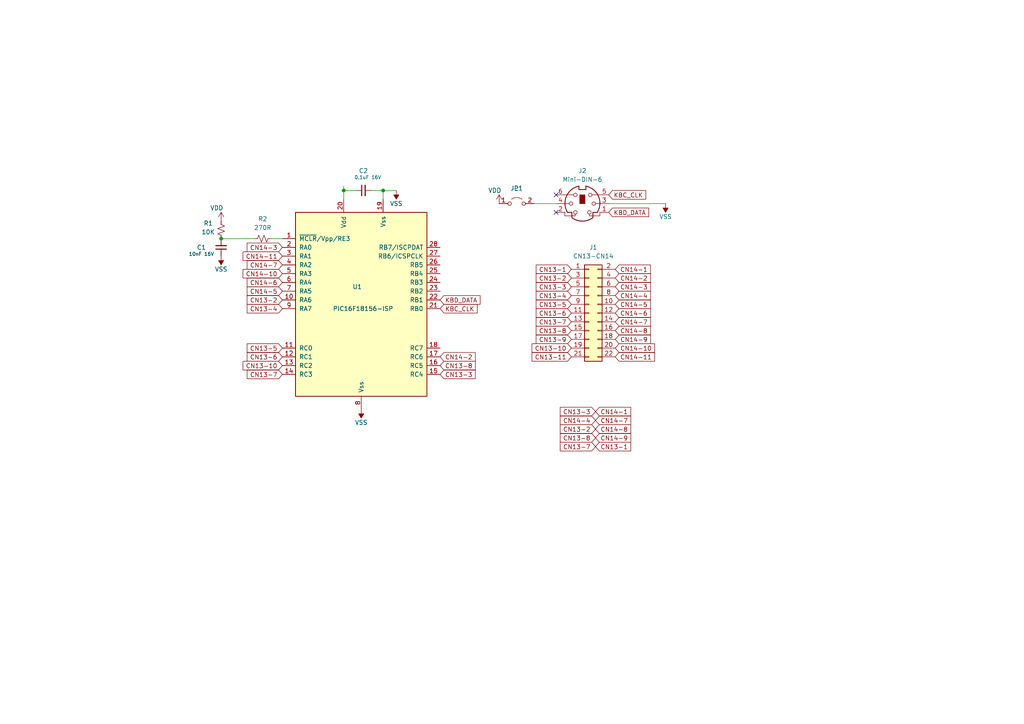
<source format=kicad_sch>
(kicad_sch (version 20230121) (generator eeschema)

  (uuid 2d9128a8-cdf4-45cc-8a8d-0ebe124b3f4b)

  (paper "A4")

  (lib_symbols
    (symbol "Connector:Mini-DIN-6" (pin_names (offset 1.016)) (in_bom yes) (on_board yes)
      (property "Reference" "J" (at 0 6.35 0)
        (effects (font (size 1.27 1.27)))
      )
      (property "Value" "Mini-DIN-6" (at 0 -6.35 0)
        (effects (font (size 1.27 1.27)))
      )
      (property "Footprint" "" (at 0 0 0)
        (effects (font (size 1.27 1.27)) hide)
      )
      (property "Datasheet" "http://service.powerdynamics.com/ec/Catalog17/Section%2011.pdf" (at 0 0 0)
        (effects (font (size 1.27 1.27)) hide)
      )
      (property "ki_keywords" "Mini-DIN" (at 0 0 0)
        (effects (font (size 1.27 1.27)) hide)
      )
      (property "ki_description" "6-pin Mini-DIN connector" (at 0 0 0)
        (effects (font (size 1.27 1.27)) hide)
      )
      (property "ki_fp_filters" "MINI?DIN*" (at 0 0 0)
        (effects (font (size 1.27 1.27)) hide)
      )
      (symbol "Mini-DIN-6_0_1"
        (circle (center -3.302 0) (radius 0.508)
          (stroke (width 0) (type default))
          (fill (type none))
        )
        (arc (start -3.048 -4.064) (mid 0 -5.08) (end 3.048 -4.064)
          (stroke (width 0.254) (type default))
          (fill (type none))
        )
        (circle (center -2.032 -2.54) (radius 0.508)
          (stroke (width 0) (type default))
          (fill (type none))
        )
        (circle (center -2.032 2.54) (radius 0.508)
          (stroke (width 0) (type default))
          (fill (type none))
        )
        (arc (start -1.016 5.08) (mid -4.6228 2.1214) (end -4.318 -2.54)
          (stroke (width 0.254) (type default))
          (fill (type none))
        )
        (rectangle (start -0.762 2.54) (end 0.762 0)
          (stroke (width 0) (type default))
          (fill (type outline))
        )
        (polyline
          (pts
            (xy -3.81 0)
            (xy -5.08 0)
          )
          (stroke (width 0) (type default))
          (fill (type none))
        )
        (polyline
          (pts
            (xy -2.54 2.54)
            (xy -5.08 2.54)
          )
          (stroke (width 0) (type default))
          (fill (type none))
        )
        (polyline
          (pts
            (xy 2.794 2.54)
            (xy 5.08 2.54)
          )
          (stroke (width 0) (type default))
          (fill (type none))
        )
        (polyline
          (pts
            (xy 5.08 0)
            (xy 3.81 0)
          )
          (stroke (width 0) (type default))
          (fill (type none))
        )
        (polyline
          (pts
            (xy -4.318 -2.54)
            (xy -3.048 -2.54)
            (xy -3.048 -4.064)
          )
          (stroke (width 0.254) (type default))
          (fill (type none))
        )
        (polyline
          (pts
            (xy 4.318 -2.54)
            (xy 3.048 -2.54)
            (xy 3.048 -4.064)
          )
          (stroke (width 0.254) (type default))
          (fill (type none))
        )
        (polyline
          (pts
            (xy -2.032 -3.048)
            (xy -2.032 -3.556)
            (xy -5.08 -3.556)
            (xy -5.08 -2.54)
          )
          (stroke (width 0) (type default))
          (fill (type none))
        )
        (polyline
          (pts
            (xy -1.016 5.08)
            (xy -1.016 4.064)
            (xy 1.016 4.064)
            (xy 1.016 5.08)
          )
          (stroke (width 0.254) (type default))
          (fill (type none))
        )
        (polyline
          (pts
            (xy 2.032 -3.048)
            (xy 2.032 -3.556)
            (xy 5.08 -3.556)
            (xy 5.08 -2.54)
          )
          (stroke (width 0) (type default))
          (fill (type none))
        )
        (circle (center 2.032 -2.54) (radius 0.508)
          (stroke (width 0) (type default))
          (fill (type none))
        )
        (circle (center 2.286 2.54) (radius 0.508)
          (stroke (width 0) (type default))
          (fill (type none))
        )
        (circle (center 3.302 0) (radius 0.508)
          (stroke (width 0) (type default))
          (fill (type none))
        )
        (arc (start 4.318 -2.54) (mid 4.6661 2.1322) (end 1.016 5.08)
          (stroke (width 0.254) (type default))
          (fill (type none))
        )
      )
      (symbol "Mini-DIN-6_1_1"
        (pin passive line (at 7.62 -2.54 180) (length 2.54)
          (name "~" (effects (font (size 1.27 1.27))))
          (number "1" (effects (font (size 1.27 1.27))))
        )
        (pin passive line (at -7.62 -2.54 0) (length 2.54)
          (name "~" (effects (font (size 1.27 1.27))))
          (number "2" (effects (font (size 1.27 1.27))))
        )
        (pin passive line (at 7.62 0 180) (length 2.54)
          (name "~" (effects (font (size 1.27 1.27))))
          (number "3" (effects (font (size 1.27 1.27))))
        )
        (pin passive line (at -7.62 0 0) (length 2.54)
          (name "~" (effects (font (size 1.27 1.27))))
          (number "4" (effects (font (size 1.27 1.27))))
        )
        (pin passive line (at 7.62 2.54 180) (length 2.54)
          (name "~" (effects (font (size 1.27 1.27))))
          (number "5" (effects (font (size 1.27 1.27))))
        )
        (pin passive line (at -7.62 2.54 0) (length 2.54)
          (name "~" (effects (font (size 1.27 1.27))))
          (number "6" (effects (font (size 1.27 1.27))))
        )
      )
    )
    (symbol "Connector_Generic:Conn_02x11_Odd_Even" (pin_names (offset 1.016) hide) (in_bom yes) (on_board yes)
      (property "Reference" "J" (at 1.27 15.24 0)
        (effects (font (size 1.27 1.27)))
      )
      (property "Value" "Conn_02x11_Odd_Even" (at 1.27 -15.24 0)
        (effects (font (size 1.27 1.27)))
      )
      (property "Footprint" "" (at 0 0 0)
        (effects (font (size 1.27 1.27)) hide)
      )
      (property "Datasheet" "~" (at 0 0 0)
        (effects (font (size 1.27 1.27)) hide)
      )
      (property "ki_keywords" "connector" (at 0 0 0)
        (effects (font (size 1.27 1.27)) hide)
      )
      (property "ki_description" "Generic connector, double row, 02x11, odd/even pin numbering scheme (row 1 odd numbers, row 2 even numbers), script generated (kicad-library-utils/schlib/autogen/connector/)" (at 0 0 0)
        (effects (font (size 1.27 1.27)) hide)
      )
      (property "ki_fp_filters" "Connector*:*_2x??_*" (at 0 0 0)
        (effects (font (size 1.27 1.27)) hide)
      )
      (symbol "Conn_02x11_Odd_Even_1_1"
        (rectangle (start -1.27 -12.573) (end 0 -12.827)
          (stroke (width 0.1524) (type default))
          (fill (type none))
        )
        (rectangle (start -1.27 -10.033) (end 0 -10.287)
          (stroke (width 0.1524) (type default))
          (fill (type none))
        )
        (rectangle (start -1.27 -7.493) (end 0 -7.747)
          (stroke (width 0.1524) (type default))
          (fill (type none))
        )
        (rectangle (start -1.27 -4.953) (end 0 -5.207)
          (stroke (width 0.1524) (type default))
          (fill (type none))
        )
        (rectangle (start -1.27 -2.413) (end 0 -2.667)
          (stroke (width 0.1524) (type default))
          (fill (type none))
        )
        (rectangle (start -1.27 0.127) (end 0 -0.127)
          (stroke (width 0.1524) (type default))
          (fill (type none))
        )
        (rectangle (start -1.27 2.667) (end 0 2.413)
          (stroke (width 0.1524) (type default))
          (fill (type none))
        )
        (rectangle (start -1.27 5.207) (end 0 4.953)
          (stroke (width 0.1524) (type default))
          (fill (type none))
        )
        (rectangle (start -1.27 7.747) (end 0 7.493)
          (stroke (width 0.1524) (type default))
          (fill (type none))
        )
        (rectangle (start -1.27 10.287) (end 0 10.033)
          (stroke (width 0.1524) (type default))
          (fill (type none))
        )
        (rectangle (start -1.27 12.827) (end 0 12.573)
          (stroke (width 0.1524) (type default))
          (fill (type none))
        )
        (rectangle (start -1.27 13.97) (end 3.81 -13.97)
          (stroke (width 0.254) (type default))
          (fill (type background))
        )
        (rectangle (start 3.81 -12.573) (end 2.54 -12.827)
          (stroke (width 0.1524) (type default))
          (fill (type none))
        )
        (rectangle (start 3.81 -10.033) (end 2.54 -10.287)
          (stroke (width 0.1524) (type default))
          (fill (type none))
        )
        (rectangle (start 3.81 -7.493) (end 2.54 -7.747)
          (stroke (width 0.1524) (type default))
          (fill (type none))
        )
        (rectangle (start 3.81 -4.953) (end 2.54 -5.207)
          (stroke (width 0.1524) (type default))
          (fill (type none))
        )
        (rectangle (start 3.81 -2.413) (end 2.54 -2.667)
          (stroke (width 0.1524) (type default))
          (fill (type none))
        )
        (rectangle (start 3.81 0.127) (end 2.54 -0.127)
          (stroke (width 0.1524) (type default))
          (fill (type none))
        )
        (rectangle (start 3.81 2.667) (end 2.54 2.413)
          (stroke (width 0.1524) (type default))
          (fill (type none))
        )
        (rectangle (start 3.81 5.207) (end 2.54 4.953)
          (stroke (width 0.1524) (type default))
          (fill (type none))
        )
        (rectangle (start 3.81 7.747) (end 2.54 7.493)
          (stroke (width 0.1524) (type default))
          (fill (type none))
        )
        (rectangle (start 3.81 10.287) (end 2.54 10.033)
          (stroke (width 0.1524) (type default))
          (fill (type none))
        )
        (rectangle (start 3.81 12.827) (end 2.54 12.573)
          (stroke (width 0.1524) (type default))
          (fill (type none))
        )
        (pin passive line (at -5.08 12.7 0) (length 3.81)
          (name "Pin_1" (effects (font (size 1.27 1.27))))
          (number "1" (effects (font (size 1.27 1.27))))
        )
        (pin passive line (at 7.62 2.54 180) (length 3.81)
          (name "Pin_10" (effects (font (size 1.27 1.27))))
          (number "10" (effects (font (size 1.27 1.27))))
        )
        (pin passive line (at -5.08 0 0) (length 3.81)
          (name "Pin_11" (effects (font (size 1.27 1.27))))
          (number "11" (effects (font (size 1.27 1.27))))
        )
        (pin passive line (at 7.62 0 180) (length 3.81)
          (name "Pin_12" (effects (font (size 1.27 1.27))))
          (number "12" (effects (font (size 1.27 1.27))))
        )
        (pin passive line (at -5.08 -2.54 0) (length 3.81)
          (name "Pin_13" (effects (font (size 1.27 1.27))))
          (number "13" (effects (font (size 1.27 1.27))))
        )
        (pin passive line (at 7.62 -2.54 180) (length 3.81)
          (name "Pin_14" (effects (font (size 1.27 1.27))))
          (number "14" (effects (font (size 1.27 1.27))))
        )
        (pin passive line (at -5.08 -5.08 0) (length 3.81)
          (name "Pin_15" (effects (font (size 1.27 1.27))))
          (number "15" (effects (font (size 1.27 1.27))))
        )
        (pin passive line (at 7.62 -5.08 180) (length 3.81)
          (name "Pin_16" (effects (font (size 1.27 1.27))))
          (number "16" (effects (font (size 1.27 1.27))))
        )
        (pin passive line (at -5.08 -7.62 0) (length 3.81)
          (name "Pin_17" (effects (font (size 1.27 1.27))))
          (number "17" (effects (font (size 1.27 1.27))))
        )
        (pin passive line (at 7.62 -7.62 180) (length 3.81)
          (name "Pin_18" (effects (font (size 1.27 1.27))))
          (number "18" (effects (font (size 1.27 1.27))))
        )
        (pin passive line (at -5.08 -10.16 0) (length 3.81)
          (name "Pin_19" (effects (font (size 1.27 1.27))))
          (number "19" (effects (font (size 1.27 1.27))))
        )
        (pin passive line (at 7.62 12.7 180) (length 3.81)
          (name "Pin_2" (effects (font (size 1.27 1.27))))
          (number "2" (effects (font (size 1.27 1.27))))
        )
        (pin passive line (at 7.62 -10.16 180) (length 3.81)
          (name "Pin_20" (effects (font (size 1.27 1.27))))
          (number "20" (effects (font (size 1.27 1.27))))
        )
        (pin passive line (at -5.08 -12.7 0) (length 3.81)
          (name "Pin_21" (effects (font (size 1.27 1.27))))
          (number "21" (effects (font (size 1.27 1.27))))
        )
        (pin passive line (at 7.62 -12.7 180) (length 3.81)
          (name "Pin_22" (effects (font (size 1.27 1.27))))
          (number "22" (effects (font (size 1.27 1.27))))
        )
        (pin passive line (at -5.08 10.16 0) (length 3.81)
          (name "Pin_3" (effects (font (size 1.27 1.27))))
          (number "3" (effects (font (size 1.27 1.27))))
        )
        (pin passive line (at 7.62 10.16 180) (length 3.81)
          (name "Pin_4" (effects (font (size 1.27 1.27))))
          (number "4" (effects (font (size 1.27 1.27))))
        )
        (pin passive line (at -5.08 7.62 0) (length 3.81)
          (name "Pin_5" (effects (font (size 1.27 1.27))))
          (number "5" (effects (font (size 1.27 1.27))))
        )
        (pin passive line (at 7.62 7.62 180) (length 3.81)
          (name "Pin_6" (effects (font (size 1.27 1.27))))
          (number "6" (effects (font (size 1.27 1.27))))
        )
        (pin passive line (at -5.08 5.08 0) (length 3.81)
          (name "Pin_7" (effects (font (size 1.27 1.27))))
          (number "7" (effects (font (size 1.27 1.27))))
        )
        (pin passive line (at 7.62 5.08 180) (length 3.81)
          (name "Pin_8" (effects (font (size 1.27 1.27))))
          (number "8" (effects (font (size 1.27 1.27))))
        )
        (pin passive line (at -5.08 2.54 0) (length 3.81)
          (name "Pin_9" (effects (font (size 1.27 1.27))))
          (number "9" (effects (font (size 1.27 1.27))))
        )
      )
    )
    (symbol "Device:C_Small" (pin_numbers hide) (pin_names (offset 0.254) hide) (in_bom yes) (on_board yes)
      (property "Reference" "C" (at 0.254 1.778 0)
        (effects (font (size 1.27 1.27)) (justify left))
      )
      (property "Value" "C_Small" (at 0.254 -2.032 0)
        (effects (font (size 1.27 1.27)) (justify left))
      )
      (property "Footprint" "" (at 0 0 0)
        (effects (font (size 1.27 1.27)) hide)
      )
      (property "Datasheet" "~" (at 0 0 0)
        (effects (font (size 1.27 1.27)) hide)
      )
      (property "ki_keywords" "capacitor cap" (at 0 0 0)
        (effects (font (size 1.27 1.27)) hide)
      )
      (property "ki_description" "Unpolarized capacitor, small symbol" (at 0 0 0)
        (effects (font (size 1.27 1.27)) hide)
      )
      (property "ki_fp_filters" "C_*" (at 0 0 0)
        (effects (font (size 1.27 1.27)) hide)
      )
      (symbol "C_Small_0_1"
        (polyline
          (pts
            (xy -1.524 -0.508)
            (xy 1.524 -0.508)
          )
          (stroke (width 0.3302) (type default))
          (fill (type none))
        )
        (polyline
          (pts
            (xy -1.524 0.508)
            (xy 1.524 0.508)
          )
          (stroke (width 0.3048) (type default))
          (fill (type none))
        )
      )
      (symbol "C_Small_1_1"
        (pin passive line (at 0 2.54 270) (length 2.032)
          (name "~" (effects (font (size 1.27 1.27))))
          (number "1" (effects (font (size 1.27 1.27))))
        )
        (pin passive line (at 0 -2.54 90) (length 2.032)
          (name "~" (effects (font (size 1.27 1.27))))
          (number "2" (effects (font (size 1.27 1.27))))
        )
      )
    )
    (symbol "Device:R_Small_US" (pin_numbers hide) (pin_names (offset 0.254) hide) (in_bom yes) (on_board yes)
      (property "Reference" "R" (at 0.762 0.508 0)
        (effects (font (size 1.27 1.27)) (justify left))
      )
      (property "Value" "R_Small_US" (at 0.762 -1.016 0)
        (effects (font (size 1.27 1.27)) (justify left))
      )
      (property "Footprint" "" (at 0 0 0)
        (effects (font (size 1.27 1.27)) hide)
      )
      (property "Datasheet" "~" (at 0 0 0)
        (effects (font (size 1.27 1.27)) hide)
      )
      (property "ki_keywords" "r resistor" (at 0 0 0)
        (effects (font (size 1.27 1.27)) hide)
      )
      (property "ki_description" "Resistor, small US symbol" (at 0 0 0)
        (effects (font (size 1.27 1.27)) hide)
      )
      (property "ki_fp_filters" "R_*" (at 0 0 0)
        (effects (font (size 1.27 1.27)) hide)
      )
      (symbol "R_Small_US_1_1"
        (polyline
          (pts
            (xy 0 0)
            (xy 1.016 -0.381)
            (xy 0 -0.762)
            (xy -1.016 -1.143)
            (xy 0 -1.524)
          )
          (stroke (width 0) (type default))
          (fill (type none))
        )
        (polyline
          (pts
            (xy 0 1.524)
            (xy 1.016 1.143)
            (xy 0 0.762)
            (xy -1.016 0.381)
            (xy 0 0)
          )
          (stroke (width 0) (type default))
          (fill (type none))
        )
        (pin passive line (at 0 2.54 270) (length 1.016)
          (name "~" (effects (font (size 1.27 1.27))))
          (number "1" (effects (font (size 1.27 1.27))))
        )
        (pin passive line (at 0 -2.54 90) (length 1.016)
          (name "~" (effects (font (size 1.27 1.27))))
          (number "2" (effects (font (size 1.27 1.27))))
        )
      )
    )
    (symbol "Jumper:Jumper_2_Open" (pin_names (offset 0) hide) (in_bom yes) (on_board yes)
      (property "Reference" "JP" (at 0 2.794 0)
        (effects (font (size 1.27 1.27)))
      )
      (property "Value" "Jumper_2_Open" (at 0 -2.286 0)
        (effects (font (size 1.27 1.27)))
      )
      (property "Footprint" "" (at 0 0 0)
        (effects (font (size 1.27 1.27)) hide)
      )
      (property "Datasheet" "~" (at 0 0 0)
        (effects (font (size 1.27 1.27)) hide)
      )
      (property "ki_keywords" "Jumper SPST" (at 0 0 0)
        (effects (font (size 1.27 1.27)) hide)
      )
      (property "ki_description" "Jumper, 2-pole, open" (at 0 0 0)
        (effects (font (size 1.27 1.27)) hide)
      )
      (property "ki_fp_filters" "Jumper* TestPoint*2Pads* TestPoint*Bridge*" (at 0 0 0)
        (effects (font (size 1.27 1.27)) hide)
      )
      (symbol "Jumper_2_Open_0_0"
        (circle (center -2.032 0) (radius 0.508)
          (stroke (width 0) (type default))
          (fill (type none))
        )
        (circle (center 2.032 0) (radius 0.508)
          (stroke (width 0) (type default))
          (fill (type none))
        )
      )
      (symbol "Jumper_2_Open_0_1"
        (arc (start 1.524 1.27) (mid 0 1.778) (end -1.524 1.27)
          (stroke (width 0) (type default))
          (fill (type none))
        )
      )
      (symbol "Jumper_2_Open_1_1"
        (pin passive line (at -5.08 0 0) (length 2.54)
          (name "A" (effects (font (size 1.27 1.27))))
          (number "1" (effects (font (size 1.27 1.27))))
        )
        (pin passive line (at 5.08 0 180) (length 2.54)
          (name "B" (effects (font (size 1.27 1.27))))
          (number "2" (effects (font (size 1.27 1.27))))
        )
      )
    )
    (symbol "Roni Symbols:PIC16F18156-ISP" (pin_names (offset 1.016)) (in_bom yes) (on_board yes)
      (property "Reference" "U" (at 2.54 30.48 0)
        (effects (font (size 1.27 1.27)) (justify left))
      )
      (property "Value" "PIC16F18156-ISP" (at -8.89 0 0)
        (effects (font (size 1.27 1.27)) (justify left))
      )
      (property "Footprint" "" (at 0 0 0)
        (effects (font (size 1.27 1.27)) hide)
      )
      (property "Datasheet" "http://ww1.microchip.com/downloads/en/DeviceDoc/41452B.pdf" (at 1.27 -6.35 0)
        (effects (font (size 1.27 1.27)) hide)
      )
      (property "ki_keywords" "FLASH-Based 8-Bit CMOS Microcontroller XLP" (at 0 0 0)
        (effects (font (size 1.27 1.27)) hide)
      )
      (property "ki_description" "PIC16F1518, 16384W FLASH, 1024B SRAM, SPDIP-28" (at 0 0 0)
        (effects (font (size 1.27 1.27)) hide)
      )
      (property "ki_fp_filters" "DIP* PDIP* SO* SSOP*" (at 0 0 0)
        (effects (font (size 1.27 1.27)) hide)
      )
      (symbol "PIC16F18156-ISP_1_1"
        (rectangle (start -19.05 26.67) (end 19.05 -26.67)
          (stroke (width 0.254) (type default))
          (fill (type background))
        )
        (pin bidirectional line (at -22.86 19.05 0) (length 3.81)
          (name "~{MCLR}/Vpp/RE3" (effects (font (size 1.27 1.27))))
          (number "1" (effects (font (size 1.27 1.27))))
        )
        (pin bidirectional line (at -22.86 1.27 0) (length 3.81)
          (name "RA6" (effects (font (size 1.27 1.27))))
          (number "10" (effects (font (size 1.27 1.27))))
        )
        (pin bidirectional line (at -22.86 -12.7 0) (length 3.81)
          (name "RC0" (effects (font (size 1.27 1.27))))
          (number "11" (effects (font (size 1.27 1.27))))
        )
        (pin bidirectional line (at -22.86 -15.24 0) (length 3.81)
          (name "RC1" (effects (font (size 1.27 1.27))))
          (number "12" (effects (font (size 1.27 1.27))))
        )
        (pin bidirectional line (at -22.86 -17.78 0) (length 3.81)
          (name "RC2" (effects (font (size 1.27 1.27))))
          (number "13" (effects (font (size 1.27 1.27))))
        )
        (pin bidirectional line (at -22.86 -20.32 0) (length 3.81)
          (name "RC3" (effects (font (size 1.27 1.27))))
          (number "14" (effects (font (size 1.27 1.27))))
        )
        (pin bidirectional line (at 22.86 -20.32 180) (length 3.81)
          (name "RC4" (effects (font (size 1.27 1.27))))
          (number "15" (effects (font (size 1.27 1.27))))
        )
        (pin bidirectional line (at 22.86 -17.78 180) (length 3.81)
          (name "RC5" (effects (font (size 1.27 1.27))))
          (number "16" (effects (font (size 1.27 1.27))))
        )
        (pin bidirectional line (at 22.86 -15.24 180) (length 3.81)
          (name "RC6" (effects (font (size 1.27 1.27))))
          (number "17" (effects (font (size 1.27 1.27))))
        )
        (pin bidirectional line (at 22.86 -12.7 180) (length 3.81)
          (name "RC7" (effects (font (size 1.27 1.27))))
          (number "18" (effects (font (size 1.27 1.27))))
        )
        (pin power_in line (at 6.35 30.48 270) (length 3.81)
          (name "Vss" (effects (font (size 1.27 1.27))))
          (number "19" (effects (font (size 1.27 1.27))))
        )
        (pin bidirectional line (at -22.86 16.51 0) (length 3.81)
          (name "RA0" (effects (font (size 1.27 1.27))))
          (number "2" (effects (font (size 1.27 1.27))))
        )
        (pin power_in line (at -5.08 30.48 270) (length 3.81)
          (name "Vdd" (effects (font (size 1.27 1.27))))
          (number "20" (effects (font (size 1.27 1.27))))
        )
        (pin bidirectional line (at 22.86 -1.27 180) (length 3.81)
          (name "RB0" (effects (font (size 1.27 1.27))))
          (number "21" (effects (font (size 1.27 1.27))))
        )
        (pin bidirectional line (at 22.86 1.27 180) (length 3.81)
          (name "RB1" (effects (font (size 1.27 1.27))))
          (number "22" (effects (font (size 1.27 1.27))))
        )
        (pin bidirectional line (at 22.86 3.81 180) (length 3.81)
          (name "RB2" (effects (font (size 1.27 1.27))))
          (number "23" (effects (font (size 1.27 1.27))))
        )
        (pin bidirectional line (at 22.86 6.35 180) (length 3.81)
          (name "RB3" (effects (font (size 1.27 1.27))))
          (number "24" (effects (font (size 1.27 1.27))))
        )
        (pin bidirectional line (at 22.86 8.89 180) (length 3.81)
          (name "RB4" (effects (font (size 1.27 1.27))))
          (number "25" (effects (font (size 1.27 1.27))))
        )
        (pin bidirectional line (at 22.86 11.43 180) (length 3.81)
          (name "RB5" (effects (font (size 1.27 1.27))))
          (number "26" (effects (font (size 1.27 1.27))))
        )
        (pin bidirectional line (at 22.86 13.97 180) (length 3.81)
          (name "RB6/ICSPCLK" (effects (font (size 1.27 1.27))))
          (number "27" (effects (font (size 1.27 1.27))))
        )
        (pin bidirectional line (at 22.86 16.51 180) (length 3.81)
          (name "RB7/ISCPDAT" (effects (font (size 1.27 1.27))))
          (number "28" (effects (font (size 1.27 1.27))))
        )
        (pin bidirectional line (at -22.86 13.97 0) (length 3.81)
          (name "RA1" (effects (font (size 1.27 1.27))))
          (number "3" (effects (font (size 1.27 1.27))))
        )
        (pin bidirectional line (at -22.86 11.43 0) (length 3.81)
          (name "RA2" (effects (font (size 1.27 1.27))))
          (number "4" (effects (font (size 1.27 1.27))))
        )
        (pin bidirectional line (at -22.86 8.89 0) (length 3.81)
          (name "RA3" (effects (font (size 1.27 1.27))))
          (number "5" (effects (font (size 1.27 1.27))))
        )
        (pin bidirectional line (at -22.86 6.35 0) (length 3.81)
          (name "RA4" (effects (font (size 1.27 1.27))))
          (number "6" (effects (font (size 1.27 1.27))))
        )
        (pin bidirectional line (at -22.86 3.81 0) (length 3.81)
          (name "RA5" (effects (font (size 1.27 1.27))))
          (number "7" (effects (font (size 1.27 1.27))))
        )
        (pin power_in line (at 0 -30.48 90) (length 3.81)
          (name "Vss" (effects (font (size 1.27 1.27))))
          (number "8" (effects (font (size 1.27 1.27))))
        )
        (pin bidirectional line (at -22.86 -1.27 0) (length 3.81)
          (name "RA7" (effects (font (size 1.27 1.27))))
          (number "9" (effects (font (size 1.27 1.27))))
        )
      )
    )
    (symbol "power:VDD" (power) (pin_names (offset 0)) (in_bom yes) (on_board yes)
      (property "Reference" "#PWR" (at 0 -3.81 0)
        (effects (font (size 1.27 1.27)) hide)
      )
      (property "Value" "VDD" (at 0 3.81 0)
        (effects (font (size 1.27 1.27)))
      )
      (property "Footprint" "" (at 0 0 0)
        (effects (font (size 1.27 1.27)) hide)
      )
      (property "Datasheet" "" (at 0 0 0)
        (effects (font (size 1.27 1.27)) hide)
      )
      (property "ki_keywords" "global power" (at 0 0 0)
        (effects (font (size 1.27 1.27)) hide)
      )
      (property "ki_description" "Power symbol creates a global label with name \"VDD\"" (at 0 0 0)
        (effects (font (size 1.27 1.27)) hide)
      )
      (symbol "VDD_0_1"
        (polyline
          (pts
            (xy -0.762 1.27)
            (xy 0 2.54)
          )
          (stroke (width 0) (type default))
          (fill (type none))
        )
        (polyline
          (pts
            (xy 0 0)
            (xy 0 2.54)
          )
          (stroke (width 0) (type default))
          (fill (type none))
        )
        (polyline
          (pts
            (xy 0 2.54)
            (xy 0.762 1.27)
          )
          (stroke (width 0) (type default))
          (fill (type none))
        )
      )
      (symbol "VDD_1_1"
        (pin power_in line (at 0 0 90) (length 0) hide
          (name "VDD" (effects (font (size 1.27 1.27))))
          (number "1" (effects (font (size 1.27 1.27))))
        )
      )
    )
    (symbol "power:VSS" (power) (pin_names (offset 0)) (in_bom yes) (on_board yes)
      (property "Reference" "#PWR" (at 0 -3.81 0)
        (effects (font (size 1.27 1.27)) hide)
      )
      (property "Value" "VSS" (at 0 3.81 0)
        (effects (font (size 1.27 1.27)))
      )
      (property "Footprint" "" (at 0 0 0)
        (effects (font (size 1.27 1.27)) hide)
      )
      (property "Datasheet" "" (at 0 0 0)
        (effects (font (size 1.27 1.27)) hide)
      )
      (property "ki_keywords" "global power" (at 0 0 0)
        (effects (font (size 1.27 1.27)) hide)
      )
      (property "ki_description" "Power symbol creates a global label with name \"VSS\"" (at 0 0 0)
        (effects (font (size 1.27 1.27)) hide)
      )
      (symbol "VSS_0_1"
        (polyline
          (pts
            (xy 0 0)
            (xy 0 2.54)
          )
          (stroke (width 0) (type default))
          (fill (type none))
        )
        (polyline
          (pts
            (xy 0.762 1.27)
            (xy -0.762 1.27)
            (xy 0 2.54)
            (xy 0.762 1.27)
          )
          (stroke (width 0) (type default))
          (fill (type outline))
        )
      )
      (symbol "VSS_1_1"
        (pin power_in line (at 0 0 90) (length 0) hide
          (name "VSS" (effects (font (size 1.27 1.27))))
          (number "1" (effects (font (size 1.27 1.27))))
        )
      )
    )
  )

  (junction (at 111.125 55.245) (diameter 0) (color 0 0 0 0)
    (uuid 496c0137-6cae-44d7-9b7c-e65cbc374ef3)
  )
  (junction (at 64.135 69.215) (diameter 0) (color 0 0 0 0)
    (uuid a8e9cfff-ec6a-4539-a8bb-41bac99a2138)
  )
  (junction (at 99.695 55.245) (diameter 0) (color 0 0 0 0)
    (uuid e2c3c793-c115-44ab-bc52-5523f0034408)
  )

  (no_connect (at 161.29 61.595) (uuid 25862497-3781-42d2-abe1-1628864726d3))
  (no_connect (at 161.29 56.515) (uuid 9084d5c2-ca56-4012-87b7-586b18064595))

  (wire (pts (xy 64.135 69.215) (xy 73.66 69.215))
    (stroke (width 0) (type default))
    (uuid 06e9bfd9-7a80-4f5f-ae72-0e9df3462a31)
  )
  (wire (pts (xy 99.695 55.245) (xy 102.87 55.245))
    (stroke (width 0) (type default))
    (uuid 13df09b9-ff70-4a4a-aae9-6871a2a31feb)
  )
  (wire (pts (xy 99.695 53.975) (xy 99.695 55.245))
    (stroke (width 0) (type default))
    (uuid 3edc4fd6-0b8c-4bff-a0e2-cc7727d28663)
  )
  (wire (pts (xy 111.125 55.245) (xy 114.935 55.245))
    (stroke (width 0) (type default))
    (uuid 87d36ac0-32b8-4cae-b77e-6830f4f87cb6)
  )
  (wire (pts (xy 107.95 55.245) (xy 111.125 55.245))
    (stroke (width 0) (type default))
    (uuid 9e54912c-bb91-49fa-b259-ee93b0db2264)
  )
  (wire (pts (xy 176.53 59.055) (xy 193.04 59.055))
    (stroke (width 0) (type default))
    (uuid b2a5ff24-5f13-4c06-bcf7-9ed4c0e06626)
  )
  (wire (pts (xy 99.695 55.245) (xy 99.695 57.785))
    (stroke (width 0) (type default))
    (uuid ca6dc85f-8991-4129-ae3d-5730ba213a0f)
  )
  (wire (pts (xy 111.125 57.785) (xy 111.125 55.245))
    (stroke (width 0) (type default))
    (uuid de53e3e7-1d59-40fd-843b-bf6acb97f797)
  )
  (wire (pts (xy 78.74 69.215) (xy 81.915 69.215))
    (stroke (width 0) (type default))
    (uuid ea5799c5-eec4-400b-bce7-90ee5e013810)
  )
  (wire (pts (xy 154.94 59.055) (xy 161.29 59.055))
    (stroke (width 0) (type default))
    (uuid eabea7cc-7513-441a-b312-4fe620d694b8)
  )

  (global_label "CN13-4" (shape input) (at 81.915 89.535 180) (fields_autoplaced)
    (effects (font (size 1.27 1.27)) (justify right))
    (uuid 00933992-5c1f-4e47-a12e-0952e90410ef)
    (property "Intersheetrefs" "${INTERSHEET_REFS}" (at 71.1284 89.535 0)
      (effects (font (size 1.27 1.27)) (justify right) hide)
    )
  )
  (global_label "CN13-8" (shape input) (at 172.72 127 180) (fields_autoplaced)
    (effects (font (size 1.27 1.27)) (justify right))
    (uuid 013e688a-e8cd-49d4-a8a4-b07e6ea470d9)
    (property "Intersheetrefs" "${INTERSHEET_REFS}" (at 161.9334 127 0)
      (effects (font (size 1.27 1.27)) (justify right) hide)
    )
  )
  (global_label "CN14-9" (shape input) (at 172.72 127 0) (fields_autoplaced)
    (effects (font (size 1.27 1.27)) (justify left))
    (uuid 0ba9776d-a1ff-481a-8c91-703786188e50)
    (property "Intersheetrefs" "${INTERSHEET_REFS}" (at 183.5066 127 0)
      (effects (font (size 1.27 1.27)) (justify left) hide)
    )
  )
  (global_label "CN13-9" (shape input) (at 165.735 98.425 180) (fields_autoplaced)
    (effects (font (size 1.27 1.27)) (justify right))
    (uuid 21afe936-4a1e-4db1-b841-4fad970286f9)
    (property "Intersheetrefs" "${INTERSHEET_REFS}" (at 154.9484 98.425 0)
      (effects (font (size 1.27 1.27)) (justify right) hide)
    )
  )
  (global_label "CN13-11" (shape input) (at 165.735 103.505 180) (fields_autoplaced)
    (effects (font (size 1.27 1.27)) (justify right))
    (uuid 22e0b72b-8c40-489e-a2e1-e2ce4d9ab7bf)
    (property "Intersheetrefs" "${INTERSHEET_REFS}" (at 154.9484 103.505 0)
      (effects (font (size 1.27 1.27)) (justify right) hide)
    )
  )
  (global_label "KBD_DATA" (shape input) (at 176.53 61.595 0) (fields_autoplaced)
    (effects (font (size 1.27 1.27)) (justify left))
    (uuid 234c29b7-9b4e-453c-8666-b56e10f64921)
    (property "Intersheetrefs" "${INTERSHEET_REFS}" (at 188.7076 61.595 0)
      (effects (font (size 1.27 1.27)) (justify left) hide)
    )
  )
  (global_label "CN14-10" (shape input) (at 81.915 79.375 180) (fields_autoplaced)
    (effects (font (size 1.27 1.27)) (justify right))
    (uuid 24c45445-c422-4be0-a6a8-aa74e72b09a4)
    (property "Intersheetrefs" "${INTERSHEET_REFS}" (at 69.9189 79.375 0)
      (effects (font (size 1.27 1.27)) (justify right) hide)
    )
  )
  (global_label "CN14-4" (shape input) (at 178.435 85.725 0) (fields_autoplaced)
    (effects (font (size 1.27 1.27)) (justify left))
    (uuid 3337484b-10ff-412a-a783-fcbd37db209f)
    (property "Intersheetrefs" "${INTERSHEET_REFS}" (at 189.2216 85.725 0)
      (effects (font (size 1.27 1.27)) (justify left) hide)
    )
  )
  (global_label "CN14-7" (shape input) (at 81.915 76.835 180) (fields_autoplaced)
    (effects (font (size 1.27 1.27)) (justify right))
    (uuid 342b7c56-460e-49e0-ae9a-abe99ba4db2a)
    (property "Intersheetrefs" "${INTERSHEET_REFS}" (at 71.1284 76.835 0)
      (effects (font (size 1.27 1.27)) (justify right) hide)
    )
  )
  (global_label "CN13-2" (shape input) (at 165.735 80.645 180) (fields_autoplaced)
    (effects (font (size 1.27 1.27)) (justify right))
    (uuid 34b212b2-7074-4fdb-b3b8-dd25274736c3)
    (property "Intersheetrefs" "${INTERSHEET_REFS}" (at 154.9484 80.645 0)
      (effects (font (size 1.27 1.27)) (justify right) hide)
    )
  )
  (global_label "CN13-1" (shape input) (at 165.735 78.105 180) (fields_autoplaced)
    (effects (font (size 1.27 1.27)) (justify right))
    (uuid 365614b3-e935-4716-9b30-8fc757bad826)
    (property "Intersheetrefs" "${INTERSHEET_REFS}" (at 154.9484 78.105 0)
      (effects (font (size 1.27 1.27)) (justify right) hide)
    )
  )
  (global_label "CN14-8" (shape input) (at 172.72 124.46 0) (fields_autoplaced)
    (effects (font (size 1.27 1.27)) (justify left))
    (uuid 39e3fdd1-0c49-4d22-8484-48753aed6066)
    (property "Intersheetrefs" "${INTERSHEET_REFS}" (at 183.5066 124.46 0)
      (effects (font (size 1.27 1.27)) (justify left) hide)
    )
  )
  (global_label "CN13-8" (shape input) (at 127.635 106.045 0) (fields_autoplaced)
    (effects (font (size 1.27 1.27)) (justify left))
    (uuid 3c58449f-92c9-4ec7-b0cb-bd0a18419ad8)
    (property "Intersheetrefs" "${INTERSHEET_REFS}" (at 138.4216 106.045 0)
      (effects (font (size 1.27 1.27)) (justify left) hide)
    )
  )
  (global_label "KBC_CLK" (shape input) (at 176.53 56.515 0) (fields_autoplaced)
    (effects (font (size 1.27 1.27)) (justify left))
    (uuid 4950a2ba-a5b6-4b51-87c4-866a54111709)
    (property "Intersheetrefs" "${INTERSHEET_REFS}" (at 187.8609 56.515 0)
      (effects (font (size 1.27 1.27)) (justify left) hide)
    )
  )
  (global_label "CN14-3" (shape input) (at 81.915 71.755 180) (fields_autoplaced)
    (effects (font (size 1.27 1.27)) (justify right))
    (uuid 4d55b8c6-c5cb-4b4e-a54d-ca2563b2d141)
    (property "Intersheetrefs" "${INTERSHEET_REFS}" (at 71.1284 71.755 0)
      (effects (font (size 1.27 1.27)) (justify right) hide)
    )
  )
  (global_label "CN13-5" (shape input) (at 81.915 100.965 180) (fields_autoplaced)
    (effects (font (size 1.27 1.27)) (justify right))
    (uuid 516b7e1d-5b6e-4039-be1a-78a63e49ef08)
    (property "Intersheetrefs" "${INTERSHEET_REFS}" (at 71.1284 100.965 0)
      (effects (font (size 1.27 1.27)) (justify right) hide)
    )
  )
  (global_label "KBD_DATA" (shape input) (at 127.635 86.995 0) (fields_autoplaced)
    (effects (font (size 1.27 1.27)) (justify left))
    (uuid 51bf3bc0-ec63-4f88-961d-e79502b5f1bd)
    (property "Intersheetrefs" "${INTERSHEET_REFS}" (at 139.8126 86.995 0)
      (effects (font (size 1.27 1.27)) (justify left) hide)
    )
  )
  (global_label "CN13-3" (shape input) (at 172.72 119.38 180) (fields_autoplaced)
    (effects (font (size 1.27 1.27)) (justify right))
    (uuid 5de6972d-9cf5-4ef9-97b0-1d7cb6f8ba19)
    (property "Intersheetrefs" "${INTERSHEET_REFS}" (at 161.9334 119.38 0)
      (effects (font (size 1.27 1.27)) (justify right) hide)
    )
  )
  (global_label "CN14-5" (shape input) (at 178.435 88.265 0) (fields_autoplaced)
    (effects (font (size 1.27 1.27)) (justify left))
    (uuid 6034ed1c-69ad-4a3b-bc84-b7a680290d2c)
    (property "Intersheetrefs" "${INTERSHEET_REFS}" (at 189.2216 88.265 0)
      (effects (font (size 1.27 1.27)) (justify left) hide)
    )
  )
  (global_label "CN13-10" (shape input) (at 81.915 106.045 180) (fields_autoplaced)
    (effects (font (size 1.27 1.27)) (justify right))
    (uuid 6051686e-1f84-47fa-b201-bc63495e5bc2)
    (property "Intersheetrefs" "${INTERSHEET_REFS}" (at 71.1284 106.045 0)
      (effects (font (size 1.27 1.27)) (justify right) hide)
    )
  )
  (global_label "CN14-4" (shape input) (at 172.72 121.92 180) (fields_autoplaced)
    (effects (font (size 1.27 1.27)) (justify right))
    (uuid 63281a80-45dd-4cb8-87fb-318748b89928)
    (property "Intersheetrefs" "${INTERSHEET_REFS}" (at 161.9334 121.92 0)
      (effects (font (size 1.27 1.27)) (justify right) hide)
    )
  )
  (global_label "CN14-7" (shape input) (at 172.72 121.92 0) (fields_autoplaced)
    (effects (font (size 1.27 1.27)) (justify left))
    (uuid 6bb1ed8d-c1ed-44c4-a088-a81a5d1e92ac)
    (property "Intersheetrefs" "${INTERSHEET_REFS}" (at 183.5066 121.92 0)
      (effects (font (size 1.27 1.27)) (justify left) hide)
    )
  )
  (global_label "CN14-2" (shape input) (at 178.435 80.645 0) (fields_autoplaced)
    (effects (font (size 1.27 1.27)) (justify left))
    (uuid 6daf4dc7-df34-4091-b127-15d46afc2d15)
    (property "Intersheetrefs" "${INTERSHEET_REFS}" (at 189.2216 80.645 0)
      (effects (font (size 1.27 1.27)) (justify left) hide)
    )
  )
  (global_label "CN13-7" (shape input) (at 165.735 93.345 180) (fields_autoplaced)
    (effects (font (size 1.27 1.27)) (justify right))
    (uuid 6f0bbd9b-8e30-48a6-a26c-9eb7ca328f7f)
    (property "Intersheetrefs" "${INTERSHEET_REFS}" (at 154.9484 93.345 0)
      (effects (font (size 1.27 1.27)) (justify right) hide)
    )
  )
  (global_label "CN14-11" (shape input) (at 81.915 74.295 180) (fields_autoplaced)
    (effects (font (size 1.27 1.27)) (justify right))
    (uuid 7380a4b6-12e8-486b-b8ba-ecb1686258b9)
    (property "Intersheetrefs" "${INTERSHEET_REFS}" (at 69.9189 74.295 0)
      (effects (font (size 1.27 1.27)) (justify right) hide)
    )
  )
  (global_label "CN14-11" (shape input) (at 178.435 103.505 0) (fields_autoplaced)
    (effects (font (size 1.27 1.27)) (justify left))
    (uuid 75359d22-f401-49f5-9947-a943b6f8e9b8)
    (property "Intersheetrefs" "${INTERSHEET_REFS}" (at 189.2216 103.505 0)
      (effects (font (size 1.27 1.27)) (justify left) hide)
    )
  )
  (global_label "CN14-1" (shape input) (at 172.72 119.38 0) (fields_autoplaced)
    (effects (font (size 1.27 1.27)) (justify left))
    (uuid 7cb36cc9-f7fe-41f5-bf50-00b8e9102634)
    (property "Intersheetrefs" "${INTERSHEET_REFS}" (at 183.5066 119.38 0)
      (effects (font (size 1.27 1.27)) (justify left) hide)
    )
  )
  (global_label "CN14-8" (shape input) (at 178.435 95.885 0) (fields_autoplaced)
    (effects (font (size 1.27 1.27)) (justify left))
    (uuid 7f9629e5-ea1e-49e7-9048-a48511882764)
    (property "Intersheetrefs" "${INTERSHEET_REFS}" (at 189.2216 95.885 0)
      (effects (font (size 1.27 1.27)) (justify left) hide)
    )
  )
  (global_label "CN14-2" (shape input) (at 127.635 103.505 0) (fields_autoplaced)
    (effects (font (size 1.27 1.27)) (justify left))
    (uuid 845857de-c8e1-46da-bfcc-7b236eb73b57)
    (property "Intersheetrefs" "${INTERSHEET_REFS}" (at 138.4216 103.505 0)
      (effects (font (size 1.27 1.27)) (justify left) hide)
    )
  )
  (global_label "CN14-9" (shape input) (at 178.435 98.425 0) (fields_autoplaced)
    (effects (font (size 1.27 1.27)) (justify left))
    (uuid 88f7fa58-4175-41bb-9857-dc6688752645)
    (property "Intersheetrefs" "${INTERSHEET_REFS}" (at 189.2216 98.425 0)
      (effects (font (size 1.27 1.27)) (justify left) hide)
    )
  )
  (global_label "CN14-10" (shape input) (at 178.435 100.965 0) (fields_autoplaced)
    (effects (font (size 1.27 1.27)) (justify left))
    (uuid 8924f538-9360-4484-a681-bda17f11c114)
    (property "Intersheetrefs" "${INTERSHEET_REFS}" (at 189.2216 100.965 0)
      (effects (font (size 1.27 1.27)) (justify left) hide)
    )
  )
  (global_label "CN14-1" (shape input) (at 178.435 78.105 0) (fields_autoplaced)
    (effects (font (size 1.27 1.27)) (justify left))
    (uuid 89cc7cdd-71fa-4708-95c6-d13b33a4e0b9)
    (property "Intersheetrefs" "${INTERSHEET_REFS}" (at 189.2216 78.105 0)
      (effects (font (size 1.27 1.27)) (justify left) hide)
    )
  )
  (global_label "CN13-5" (shape input) (at 165.735 88.265 180) (fields_autoplaced)
    (effects (font (size 1.27 1.27)) (justify right))
    (uuid 8d7bcf09-e78d-44b4-b724-a7106a64e7cd)
    (property "Intersheetrefs" "${INTERSHEET_REFS}" (at 154.9484 88.265 0)
      (effects (font (size 1.27 1.27)) (justify right) hide)
    )
  )
  (global_label "CN13-3" (shape input) (at 165.735 83.185 180) (fields_autoplaced)
    (effects (font (size 1.27 1.27)) (justify right))
    (uuid 9470ee6b-bb02-4feb-b8a1-1cf5f2e3d74f)
    (property "Intersheetrefs" "${INTERSHEET_REFS}" (at 154.9484 83.185 0)
      (effects (font (size 1.27 1.27)) (justify right) hide)
    )
  )
  (global_label "CN14-6" (shape input) (at 178.435 90.805 0) (fields_autoplaced)
    (effects (font (size 1.27 1.27)) (justify left))
    (uuid 9e6c7592-9e8f-4b50-b6e6-7604dcdb3681)
    (property "Intersheetrefs" "${INTERSHEET_REFS}" (at 189.2216 90.805 0)
      (effects (font (size 1.27 1.27)) (justify left) hide)
    )
  )
  (global_label "CN14-3" (shape input) (at 178.435 83.185 0) (fields_autoplaced)
    (effects (font (size 1.27 1.27)) (justify left))
    (uuid 9e83a53e-5e29-4459-bf3b-5608b2c65ff7)
    (property "Intersheetrefs" "${INTERSHEET_REFS}" (at 189.2216 83.185 0)
      (effects (font (size 1.27 1.27)) (justify left) hide)
    )
  )
  (global_label "CN14-6" (shape input) (at 81.915 81.915 180) (fields_autoplaced)
    (effects (font (size 1.27 1.27)) (justify right))
    (uuid 9f161d79-2e11-4590-a596-69fd56805221)
    (property "Intersheetrefs" "${INTERSHEET_REFS}" (at 71.1284 81.915 0)
      (effects (font (size 1.27 1.27)) (justify right) hide)
    )
  )
  (global_label "CN13-8" (shape input) (at 165.735 95.885 180) (fields_autoplaced)
    (effects (font (size 1.27 1.27)) (justify right))
    (uuid c0f9d1f9-277e-4c0f-aa9f-b75250962bd5)
    (property "Intersheetrefs" "${INTERSHEET_REFS}" (at 154.9484 95.885 0)
      (effects (font (size 1.27 1.27)) (justify right) hide)
    )
  )
  (global_label "KBC_CLK" (shape input) (at 127.635 89.535 0) (fields_autoplaced)
    (effects (font (size 1.27 1.27)) (justify left))
    (uuid c42de51a-72c9-43cc-8c5c-d8c63a1fbe79)
    (property "Intersheetrefs" "${INTERSHEET_REFS}" (at 138.9659 89.535 0)
      (effects (font (size 1.27 1.27)) (justify left) hide)
    )
  )
  (global_label "CN13-4" (shape input) (at 165.735 85.725 180) (fields_autoplaced)
    (effects (font (size 1.27 1.27)) (justify right))
    (uuid c56c507f-e5d3-4932-8607-93a376e91aa2)
    (property "Intersheetrefs" "${INTERSHEET_REFS}" (at 154.9484 85.725 0)
      (effects (font (size 1.27 1.27)) (justify right) hide)
    )
  )
  (global_label "CN14-5" (shape input) (at 81.915 84.455 180) (fields_autoplaced)
    (effects (font (size 1.27 1.27)) (justify right))
    (uuid c93c6299-a39e-4498-944e-1a5772102257)
    (property "Intersheetrefs" "${INTERSHEET_REFS}" (at 71.1284 84.455 0)
      (effects (font (size 1.27 1.27)) (justify right) hide)
    )
  )
  (global_label "CN13-7" (shape input) (at 81.915 108.585 180) (fields_autoplaced)
    (effects (font (size 1.27 1.27)) (justify right))
    (uuid daa617f6-af15-410b-b747-fca721d71ee7)
    (property "Intersheetrefs" "${INTERSHEET_REFS}" (at 71.1284 108.585 0)
      (effects (font (size 1.27 1.27)) (justify right) hide)
    )
  )
  (global_label "CN14-7" (shape input) (at 178.435 93.345 0) (fields_autoplaced)
    (effects (font (size 1.27 1.27)) (justify left))
    (uuid db61a9e3-2203-49a6-98fd-133928fc91e5)
    (property "Intersheetrefs" "${INTERSHEET_REFS}" (at 189.2216 93.345 0)
      (effects (font (size 1.27 1.27)) (justify left) hide)
    )
  )
  (global_label "CN13-1" (shape input) (at 172.72 129.54 0) (fields_autoplaced)
    (effects (font (size 1.27 1.27)) (justify left))
    (uuid e03feddd-ce62-4f7b-9eb3-5f91c3e7faeb)
    (property "Intersheetrefs" "${INTERSHEET_REFS}" (at 183.5066 129.54 0)
      (effects (font (size 1.27 1.27)) (justify left) hide)
    )
  )
  (global_label "CN13-6" (shape input) (at 81.915 103.505 180) (fields_autoplaced)
    (effects (font (size 1.27 1.27)) (justify right))
    (uuid e147a8c1-f7c2-4681-b85f-b4bc8fdeffe1)
    (property "Intersheetrefs" "${INTERSHEET_REFS}" (at 71.1284 103.505 0)
      (effects (font (size 1.27 1.27)) (justify right) hide)
    )
  )
  (global_label "CN13-6" (shape input) (at 165.735 90.805 180) (fields_autoplaced)
    (effects (font (size 1.27 1.27)) (justify right))
    (uuid f16f03f5-052a-4b5c-a13f-868b4a6b2577)
    (property "Intersheetrefs" "${INTERSHEET_REFS}" (at 154.9484 90.805 0)
      (effects (font (size 1.27 1.27)) (justify right) hide)
    )
  )
  (global_label "CN13-2" (shape input) (at 81.915 86.995 180) (fields_autoplaced)
    (effects (font (size 1.27 1.27)) (justify right))
    (uuid f5b5bf52-a4df-4ce4-a009-f74ea0c306a4)
    (property "Intersheetrefs" "${INTERSHEET_REFS}" (at 71.1284 86.995 0)
      (effects (font (size 1.27 1.27)) (justify right) hide)
    )
  )
  (global_label "CN13-2" (shape input) (at 172.72 124.46 180) (fields_autoplaced)
    (effects (font (size 1.27 1.27)) (justify right))
    (uuid f8ce01c4-f5eb-4418-939c-2f2d6e973993)
    (property "Intersheetrefs" "${INTERSHEET_REFS}" (at 161.9334 124.46 0)
      (effects (font (size 1.27 1.27)) (justify right) hide)
    )
  )
  (global_label "CN13-7" (shape input) (at 172.72 129.54 180) (fields_autoplaced)
    (effects (font (size 1.27 1.27)) (justify right))
    (uuid fa7f0c48-777b-47ba-b4a7-7770e5b06ef3)
    (property "Intersheetrefs" "${INTERSHEET_REFS}" (at 161.9334 129.54 0)
      (effects (font (size 1.27 1.27)) (justify right) hide)
    )
  )
  (global_label "CN13-3" (shape input) (at 127.635 108.585 0) (fields_autoplaced)
    (effects (font (size 1.27 1.27)) (justify left))
    (uuid fda2656a-f51c-43a3-8ae6-f26bd92535ed)
    (property "Intersheetrefs" "${INTERSHEET_REFS}" (at 138.4216 108.585 0)
      (effects (font (size 1.27 1.27)) (justify left) hide)
    )
  )
  (global_label "CN13-10" (shape input) (at 165.735 100.965 180) (fields_autoplaced)
    (effects (font (size 1.27 1.27)) (justify right))
    (uuid fe3f44dd-57dc-44b5-a5be-201ff58bdeff)
    (property "Intersheetrefs" "${INTERSHEET_REFS}" (at 154.9484 100.965 0)
      (effects (font (size 1.27 1.27)) (justify right) hide)
    )
  )

  (symbol (lib_id "power:VSS") (at 64.135 74.295 180) (unit 1)
    (in_bom yes) (on_board yes) (dnp no)
    (uuid 0d915feb-018a-4aed-b616-ed3254ac9036)
    (property "Reference" "#PWR04" (at 64.135 70.485 0)
      (effects (font (size 1.27 1.27)) hide)
    )
    (property "Value" "VSS" (at 64.135 78.105 0)
      (effects (font (size 1.27 1.27)))
    )
    (property "Footprint" "" (at 64.135 74.295 0)
      (effects (font (size 1.27 1.27)) hide)
    )
    (property "Datasheet" "" (at 64.135 74.295 0)
      (effects (font (size 1.27 1.27)) hide)
    )
    (pin "1" (uuid 77bebff9-b038-4340-ad73-3c3a4d302625))
    (instances
      (project "matrix-kbd-to-ps2"
        (path "/2d9128a8-cdf4-45cc-8a8d-0ebe124b3f4b"
          (reference "#PWR04") (unit 1)
        )
      )
    )
  )

  (symbol (lib_id "Device:R_Small_US") (at 76.2 69.215 270) (unit 1)
    (in_bom yes) (on_board yes) (dnp no)
    (uuid 2b019a68-3a96-46dd-9d7d-9d460613b7c6)
    (property "Reference" "R2" (at 76.2 63.5 90)
      (effects (font (size 1.27 1.27)))
    )
    (property "Value" "270R" (at 76.2 66.04 90)
      (effects (font (size 1.27 1.27)))
    )
    (property "Footprint" "Resistor_THT:R_Axial_DIN0204_L3.6mm_D1.6mm_P5.08mm_Horizontal" (at 76.2 69.215 0)
      (effects (font (size 1.27 1.27)) hide)
    )
    (property "Datasheet" "~" (at 76.2 69.215 0)
      (effects (font (size 1.27 1.27)) hide)
    )
    (pin "1" (uuid 2428b25f-388a-4aac-acd8-3f0bb84db2e2))
    (pin "2" (uuid b3f214bd-739b-428c-badd-323669efe055))
    (instances
      (project "matrix-kbd-to-ps2"
        (path "/2d9128a8-cdf4-45cc-8a8d-0ebe124b3f4b"
          (reference "R2") (unit 1)
        )
      )
    )
  )

  (symbol (lib_id "power:VDD") (at 144.78 59.055 0) (unit 1)
    (in_bom yes) (on_board yes) (dnp no)
    (uuid 48f97518-af0c-4bba-a5e0-027fae6219ec)
    (property "Reference" "#PWR07" (at 144.78 62.865 0)
      (effects (font (size 1.27 1.27)) hide)
    )
    (property "Value" "VDD" (at 143.51 55.245 0)
      (effects (font (size 1.27 1.27)))
    )
    (property "Footprint" "" (at 144.78 59.055 0)
      (effects (font (size 1.27 1.27)) hide)
    )
    (property "Datasheet" "" (at 144.78 59.055 0)
      (effects (font (size 1.27 1.27)) hide)
    )
    (pin "1" (uuid a5987565-df75-41f7-87f3-068f2b613c47))
    (instances
      (project "matrix-kbd-to-ps2"
        (path "/2d9128a8-cdf4-45cc-8a8d-0ebe124b3f4b"
          (reference "#PWR07") (unit 1)
        )
      )
    )
  )

  (symbol (lib_id "power:VDD") (at 64.135 64.135 0) (unit 1)
    (in_bom yes) (on_board yes) (dnp no)
    (uuid 495ba655-6916-4b9b-be6a-570d61f42423)
    (property "Reference" "#PWR03" (at 64.135 67.945 0)
      (effects (font (size 1.27 1.27)) hide)
    )
    (property "Value" "VDD" (at 62.865 60.325 0)
      (effects (font (size 1.27 1.27)))
    )
    (property "Footprint" "" (at 64.135 64.135 0)
      (effects (font (size 1.27 1.27)) hide)
    )
    (property "Datasheet" "" (at 64.135 64.135 0)
      (effects (font (size 1.27 1.27)) hide)
    )
    (pin "1" (uuid 5886686a-34f7-4d50-8e10-d65b1c9a7625))
    (instances
      (project "matrix-kbd-to-ps2"
        (path "/2d9128a8-cdf4-45cc-8a8d-0ebe124b3f4b"
          (reference "#PWR03") (unit 1)
        )
      )
    )
  )

  (symbol (lib_id "power:VSS") (at 193.04 59.055 180) (unit 1)
    (in_bom yes) (on_board yes) (dnp no)
    (uuid 606e0292-a842-42ae-9e81-fe2cba75a3ca)
    (property "Reference" "#PWR06" (at 193.04 55.245 0)
      (effects (font (size 1.27 1.27)) hide)
    )
    (property "Value" "VSS" (at 193.04 62.865 0)
      (effects (font (size 1.27 1.27)))
    )
    (property "Footprint" "" (at 193.04 59.055 0)
      (effects (font (size 1.27 1.27)) hide)
    )
    (property "Datasheet" "" (at 193.04 59.055 0)
      (effects (font (size 1.27 1.27)) hide)
    )
    (pin "1" (uuid ff3fa942-bfee-4b83-a507-883bb70188e5))
    (instances
      (project "matrix-kbd-to-ps2"
        (path "/2d9128a8-cdf4-45cc-8a8d-0ebe124b3f4b"
          (reference "#PWR06") (unit 1)
        )
      )
    )
  )

  (symbol (lib_id "Device:C_Small") (at 64.135 71.755 180) (unit 1)
    (in_bom yes) (on_board yes) (dnp no)
    (uuid 76ed12c5-0527-4160-90a7-636f9f4ffc38)
    (property "Reference" "C1" (at 58.42 71.755 0)
      (effects (font (size 1.27 1.27)))
    )
    (property "Value" "10nF 16V" (at 58.42 73.66 0)
      (effects (font (size 1 1)))
    )
    (property "Footprint" "Capacitor_THT:C_Disc_D3.0mm_W1.6mm_P2.50mm" (at 64.135 71.755 0)
      (effects (font (size 1.27 1.27)) hide)
    )
    (property "Datasheet" "~" (at 64.135 71.755 0)
      (effects (font (size 1.27 1.27)) hide)
    )
    (pin "1" (uuid be642da0-07f4-448d-b1fc-69cf6d968745))
    (pin "2" (uuid ddad66e4-72d8-41cb-988b-5aff1f5c90a7))
    (instances
      (project "matrix-kbd-to-ps2"
        (path "/2d9128a8-cdf4-45cc-8a8d-0ebe124b3f4b"
          (reference "C1") (unit 1)
        )
      )
    )
  )

  (symbol (lib_id "Device:C_Small") (at 105.41 55.245 90) (unit 1)
    (in_bom yes) (on_board yes) (dnp no)
    (uuid 78479bf1-0b70-4d81-8485-6f02dc54d99a)
    (property "Reference" "C2" (at 105.41 49.53 90)
      (effects (font (size 1.27 1.27)))
    )
    (property "Value" "0.1uF 16V" (at 106.68 51.435 90)
      (effects (font (size 1 1)))
    )
    (property "Footprint" "Capacitor_THT:C_Disc_D3.0mm_W1.6mm_P2.50mm" (at 105.41 55.245 0)
      (effects (font (size 1.27 1.27)) hide)
    )
    (property "Datasheet" "~" (at 105.41 55.245 0)
      (effects (font (size 1.27 1.27)) hide)
    )
    (pin "1" (uuid 7872a05b-5775-4194-b856-360238bad772))
    (pin "2" (uuid aaa1e870-fc95-4daa-85b7-227e5fedacae))
    (instances
      (project "matrix-kbd-to-ps2"
        (path "/2d9128a8-cdf4-45cc-8a8d-0ebe124b3f4b"
          (reference "C2") (unit 1)
        )
      )
    )
  )

  (symbol (lib_id "Connector_Generic:Conn_02x11_Odd_Even") (at 170.815 90.805 0) (unit 1)
    (in_bom yes) (on_board yes) (dnp no) (fields_autoplaced)
    (uuid 804aae38-7357-4d72-9498-98ffebbc9ec8)
    (property "Reference" "J1" (at 172.085 71.755 0)
      (effects (font (size 1.27 1.27)))
    )
    (property "Value" "CN13-CN14" (at 172.085 74.295 0)
      (effects (font (size 1.27 1.27)))
    )
    (property "Footprint" "Connector_PinHeader_2.54mm:PinHeader_2x11_P2.54mm_Vertical" (at 170.815 90.805 0)
      (effects (font (size 1.27 1.27)) hide)
    )
    (property "Datasheet" "~" (at 170.815 90.805 0)
      (effects (font (size 1.27 1.27)) hide)
    )
    (pin "1" (uuid 152e7085-04a8-46ef-b8ae-38fcf42a520a))
    (pin "10" (uuid 95d07aca-372a-4c76-8a83-ea01cce72833))
    (pin "11" (uuid 2357c732-e83e-4948-9c21-ec79c4f6c29b))
    (pin "12" (uuid 4cbee4de-f688-4310-a1e5-ff75035844d0))
    (pin "13" (uuid 652dfe42-d8bc-48ae-94d5-0b867abd93c4))
    (pin "14" (uuid 5a957987-8dc3-430f-914a-6aed02706615))
    (pin "15" (uuid 5809f2aa-1a28-418b-8fff-7fac59356143))
    (pin "16" (uuid d78e9616-7e00-485e-b139-02c1236cca76))
    (pin "17" (uuid 975f0bec-dec3-4bfd-9f0a-d34a62063296))
    (pin "18" (uuid edc533cb-5860-4b17-873d-1337c5f3b35c))
    (pin "19" (uuid 34e6080e-fb9a-4ff8-a81d-70558c2e82b3))
    (pin "2" (uuid ce6dc0cd-91cd-4902-9e25-e6d263054526))
    (pin "20" (uuid ac976f50-abfd-4148-9c0f-a09ad8104b0f))
    (pin "21" (uuid 74a555c6-33c5-453d-9345-096661cec089))
    (pin "22" (uuid 7f84fedd-e7cb-43ed-b01d-c612fb0b7216))
    (pin "3" (uuid 48988ecd-c69a-4480-840e-ac476c1504c1))
    (pin "4" (uuid 6a1a5eea-e82a-4a11-bd11-17ec2d3db588))
    (pin "5" (uuid 7416c966-f02b-4bbc-9da9-fc5698f15e11))
    (pin "6" (uuid 6fa462a5-d704-4b71-aa5c-361ab786e616))
    (pin "7" (uuid 4e559afe-d5dc-4d77-8a60-633413cccf04))
    (pin "8" (uuid 0d91a45c-7937-444e-8002-4826e5acc2a9))
    (pin "9" (uuid 6840b7eb-7623-47f7-b6f8-dea4fc948de0))
    (instances
      (project "matrix-kbd-to-ps2"
        (path "/2d9128a8-cdf4-45cc-8a8d-0ebe124b3f4b"
          (reference "J1") (unit 1)
        )
      )
    )
  )

  (symbol (lib_id "Jumper:Jumper_2_Open") (at 149.86 59.055 0) (unit 1)
    (in_bom yes) (on_board yes) (dnp no)
    (uuid 97682cd2-7358-4e19-95f6-e621e2b12e0c)
    (property "Reference" "JP1" (at 149.86 54.61 0)
      (effects (font (size 1.27 1.27)))
    )
    (property "Value" "~" (at 149.86 55.245 0)
      (effects (font (size 1.27 1.27)))
    )
    (property "Footprint" "Jumper:SolderJumper-2_P1.3mm_Open_Pad1.0x1.5mm" (at 149.86 59.055 0)
      (effects (font (size 1.27 1.27)) hide)
    )
    (property "Datasheet" "~" (at 149.86 59.055 0)
      (effects (font (size 1.27 1.27)) hide)
    )
    (pin "1" (uuid e7e496fe-f154-4561-acf3-ef468d8caff6))
    (pin "2" (uuid 24af66ee-cad8-4298-9a70-e7d96d8307fc))
    (instances
      (project "matrix-kbd-to-ps2"
        (path "/2d9128a8-cdf4-45cc-8a8d-0ebe124b3f4b"
          (reference "JP1") (unit 1)
        )
      )
    )
  )

  (symbol (lib_id "Connector:Mini-DIN-6") (at 168.91 59.055 0) (unit 1)
    (in_bom yes) (on_board yes) (dnp no) (fields_autoplaced)
    (uuid 981b8a01-ade4-4caa-8cdc-8d1d8038fbf6)
    (property "Reference" "J2" (at 168.9277 49.53 0)
      (effects (font (size 1.27 1.27)))
    )
    (property "Value" "Mini-DIN-6" (at 168.9277 52.07 0)
      (effects (font (size 1.27 1.27)))
    )
    (property "Footprint" "Connector_PinSocket_2.54mm:PinSocket_1x04_P2.54mm_Vertical" (at 168.91 59.055 0)
      (effects (font (size 1.27 1.27)) hide)
    )
    (property "Datasheet" "http://service.powerdynamics.com/ec/Catalog17/Section%2011.pdf" (at 168.91 59.055 0)
      (effects (font (size 1.27 1.27)) hide)
    )
    (pin "1" (uuid eb1f26f2-af5d-4ea5-bb25-4d71b7ed3191))
    (pin "2" (uuid f074ea75-cdc6-4dae-b939-eee94f241c14))
    (pin "3" (uuid c808b2c5-5fe0-458f-8343-906c8691109d))
    (pin "4" (uuid 93737624-956e-461c-92de-3c5b5a3afe19))
    (pin "5" (uuid b34850e6-a8e6-4f11-aa06-d1c66051d9c7))
    (pin "6" (uuid 764f6a95-d50b-4b5a-972b-99eb17978027))
    (instances
      (project "matrix-kbd-to-ps2"
        (path "/2d9128a8-cdf4-45cc-8a8d-0ebe124b3f4b"
          (reference "J2") (unit 1)
        )
      )
    )
  )

  (symbol (lib_id "Device:R_Small_US") (at 64.135 66.675 0) (unit 1)
    (in_bom yes) (on_board yes) (dnp no)
    (uuid b3073773-ac43-4e5a-abf9-68592522df6f)
    (property "Reference" "R1" (at 59.055 64.77 0)
      (effects (font (size 1.27 1.27)) (justify left))
    )
    (property "Value" "10K" (at 58.42 67.31 0)
      (effects (font (size 1.27 1.27)) (justify left))
    )
    (property "Footprint" "Resistor_THT:R_Axial_DIN0204_L3.6mm_D1.6mm_P5.08mm_Horizontal" (at 64.135 66.675 0)
      (effects (font (size 1.27 1.27)) hide)
    )
    (property "Datasheet" "~" (at 64.135 66.675 0)
      (effects (font (size 1.27 1.27)) hide)
    )
    (pin "1" (uuid 7f6dc502-0c74-4058-a4cf-ea0250179e7c))
    (pin "2" (uuid 4d6d2915-1d3c-402b-af9f-c591bdf58a37))
    (instances
      (project "matrix-kbd-to-ps2"
        (path "/2d9128a8-cdf4-45cc-8a8d-0ebe124b3f4b"
          (reference "R1") (unit 1)
        )
      )
    )
  )

  (symbol (lib_id "power:VSS") (at 114.935 55.245 180) (unit 1)
    (in_bom yes) (on_board yes) (dnp no)
    (uuid c33bd2ae-7631-4bf6-9db1-922b3b00734e)
    (property "Reference" "#PWR05" (at 114.935 51.435 0)
      (effects (font (size 1.27 1.27)) hide)
    )
    (property "Value" "VSS" (at 114.935 59.055 0)
      (effects (font (size 1.27 1.27)))
    )
    (property "Footprint" "" (at 114.935 55.245 0)
      (effects (font (size 1.27 1.27)) hide)
    )
    (property "Datasheet" "" (at 114.935 55.245 0)
      (effects (font (size 1.27 1.27)) hide)
    )
    (pin "1" (uuid 9217cf34-bb44-4f35-a325-f8dee4c89316))
    (instances
      (project "matrix-kbd-to-ps2"
        (path "/2d9128a8-cdf4-45cc-8a8d-0ebe124b3f4b"
          (reference "#PWR05") (unit 1)
        )
      )
    )
  )

  (symbol (lib_id "Roni Symbols:PIC16F18156-ISP") (at 104.775 88.265 0) (unit 1)
    (in_bom yes) (on_board yes) (dnp no)
    (uuid c75051f9-b7f8-444e-83d4-0d31eef3d490)
    (property "Reference" "U1" (at 102.235 83.185 0)
      (effects (font (size 1.27 1.27)) (justify left))
    )
    (property "Value" "PIC16F18156-ISP" (at 96.52 89.535 0)
      (effects (font (size 1.27 1.27)) (justify left))
    )
    (property "Footprint" "Package_DIP:DIP-28_W7.62mm" (at 104.775 88.265 0)
      (effects (font (size 1.27 1.27)) hide)
    )
    (property "Datasheet" "http://ww1.microchip.com/downloads/en/DeviceDoc/41452B.pdf" (at 106.045 94.615 0)
      (effects (font (size 1.27 1.27)) hide)
    )
    (pin "1" (uuid 5f396f17-4b8d-4323-a234-4954d58f9cfa))
    (pin "10" (uuid d4315344-fca0-416b-ad80-cac406490bbb))
    (pin "11" (uuid 4bd95781-581e-4ece-9c23-4b8c98b06fd5))
    (pin "12" (uuid 3785860f-55f5-4177-8253-6acb5f7fa052))
    (pin "13" (uuid 43492d31-b6f4-4431-836d-5cb59ce7b667))
    (pin "14" (uuid 524be6a4-8a8d-4730-ab40-01a1a54d7366))
    (pin "15" (uuid 7a935082-3df8-4f91-b8fb-93247571a892))
    (pin "16" (uuid e606332d-3a4f-4e05-ba36-1195941e6e5b))
    (pin "17" (uuid ed502ed2-96fb-46fe-8fd2-f86d082b6303))
    (pin "18" (uuid 0890d3c6-3649-4be8-9a30-a3e9e6de3fc8))
    (pin "19" (uuid c54863eb-1357-4233-a8fc-6bea1ab28cc3))
    (pin "2" (uuid 6743f2ef-4ade-4fec-88c4-b5a29fa352ea))
    (pin "20" (uuid 165b73a3-e7a3-4faa-9af1-03e507dda329))
    (pin "21" (uuid ba80e1cb-7733-4854-bf41-43809ce8908b))
    (pin "22" (uuid 1ae3afd1-97ff-4187-98dc-b45ab5630dc6))
    (pin "23" (uuid 97379b82-7526-4592-96ff-7f39914a45bb))
    (pin "24" (uuid a366fda0-fb6c-4cac-bfca-695bb3ff0c4f))
    (pin "25" (uuid bf31c5e1-5eb4-40fe-9ad8-005019a4cd4b))
    (pin "26" (uuid ca57be92-544a-496e-bbcb-5115fd35cf1f))
    (pin "27" (uuid f9276403-b3a5-478d-b7b7-0e73cc224fdc))
    (pin "28" (uuid 7291ee30-6f3d-41b4-843c-7ed4b8f52a87))
    (pin "3" (uuid fc684396-1e71-4e08-aee1-b21735569e11))
    (pin "4" (uuid 84f819e4-5d9e-4adc-a3cf-ba4d2487163c))
    (pin "5" (uuid 4b112e3c-8ee8-486f-80df-35b8f731f255))
    (pin "6" (uuid ddf8b805-4b7b-4b21-ab6b-59c240bb23ef))
    (pin "7" (uuid fe24b46a-4828-4906-b329-a0ead2458126))
    (pin "8" (uuid a76649df-f1fc-4361-b8d4-3e02d19ae241))
    (pin "9" (uuid 078073e3-0f93-4031-9519-b7c076f89a5e))
    (instances
      (project "matrix-kbd-to-ps2"
        (path "/2d9128a8-cdf4-45cc-8a8d-0ebe124b3f4b"
          (reference "U1") (unit 1)
        )
      )
    )
  )

  (symbol (lib_id "power:VSS") (at 104.775 118.745 180) (unit 1)
    (in_bom yes) (on_board yes) (dnp no)
    (uuid fda25c02-c52a-4414-a1bf-419b72174ebd)
    (property "Reference" "#PWR02" (at 104.775 114.935 0)
      (effects (font (size 1.27 1.27)) hide)
    )
    (property "Value" "VSS" (at 104.775 122.555 0)
      (effects (font (size 1.27 1.27)))
    )
    (property "Footprint" "" (at 104.775 118.745 0)
      (effects (font (size 1.27 1.27)) hide)
    )
    (property "Datasheet" "" (at 104.775 118.745 0)
      (effects (font (size 1.27 1.27)) hide)
    )
    (pin "1" (uuid 8830122e-69f5-45d7-8813-c18ef0adef4c))
    (instances
      (project "matrix-kbd-to-ps2"
        (path "/2d9128a8-cdf4-45cc-8a8d-0ebe124b3f4b"
          (reference "#PWR02") (unit 1)
        )
      )
    )
  )

  (sheet_instances
    (path "/" (page "1"))
  )
)

</source>
